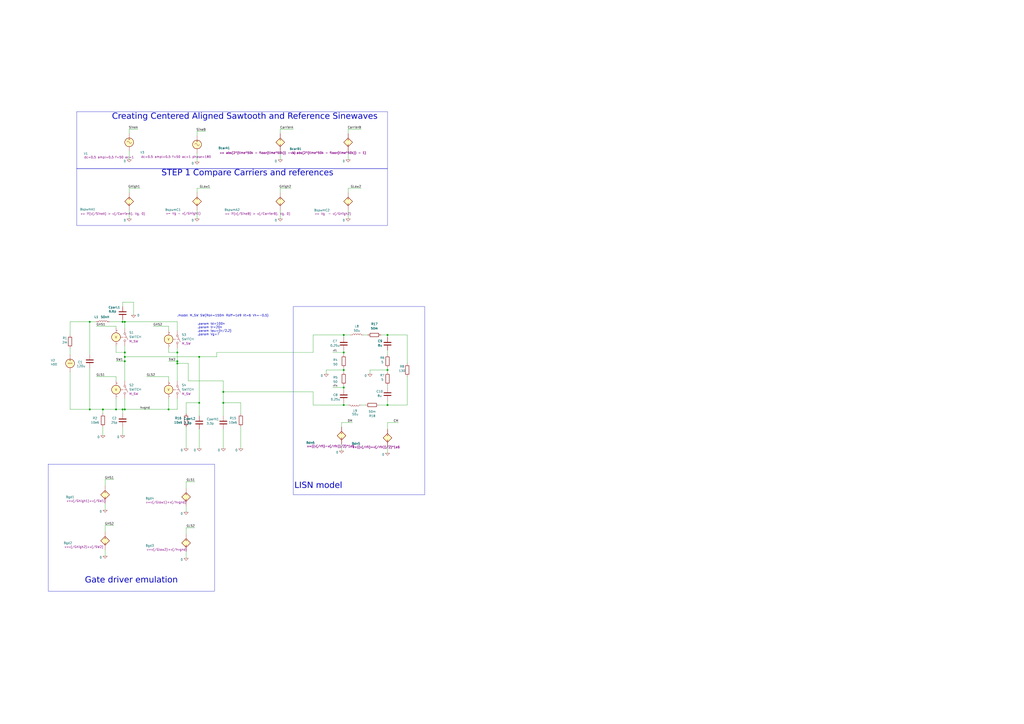
<source format=kicad_sch>
(kicad_sch (version 20250114) (generator "eeschema") (generator_version "9.0")
  (paper "A2")
  (title_block (title "Inverter Spectrum") (date "2026-01-29") (comment 1 "JAL") (comment 2 "JAL") (comment 3 "JAL"))
  (lib_symbols
    (symbol "Device:C" (pin_numbers (hide yes)) (pin_names (offset 0.254))
      (property "Reference" "C" (at 0.635 2.54 0))
      (property "Value" "C" (at 0.635 -2.54 0))
      (symbol "C_0_1"
        (polyline (pts (xy -2.032 0.762) (xy 2.032 0.762)) (stroke (width 0.508)))
        (polyline (pts (xy -2.032 -0.762) (xy 2.032 -0.762)) (stroke (width 0.508)))
      )
      (symbol "C_1_1"
        (pin passive line (at 0 3.81 270) (length 2.794) (name "~") (number "1"))
        (pin passive line (at 0 -3.81 90) (length 2.794) (name "~") (number "2"))
      )
    )
    (symbol "Device:L" (pin_numbers (hide yes)) (pin_names (offset 1.016) (hide yes))
      (property "Reference" "L" (at -1.27 0 90))
      (property "Value" "L" (at 1.905 0 90))
      (symbol "L_0_1"
        (arc (start 0 2.54) (mid 0.6323 1.905) (end 0 1.27))
        (arc (start 0 1.27) (mid 0.6323 0.635) (end 0 0))
        (arc (start 0 0) (mid 0.6323 -0.635) (end 0 -1.27))
        (arc (start 0 -1.27) (mid 0.6323 -1.905) (end 0 -2.54))
      )
      (symbol "L_1_1"
        (pin passive line (at 0 3.81 270) (length 1.27) (name "1") (number "1"))
        (pin passive line (at 0 -3.81 90) (length 1.27) (name "2") (number "2"))
      )
    )
    (symbol "Device:R" (pin_numbers (hide yes)) (pin_names (offset 0))
      (property "Reference" "R" (at 2.032 0 90))
      (property "Value" "R" (at 0 0 90))
      (symbol "R_0_1"
        (rectangle (start -1.016 -2.54) (end 1.016 2.54) (stroke (width 0.254)))
      )
      (symbol "R_1_1"
        (pin passive line (at 0 3.81 270) (length 1.27) (name "~") (number "1"))
        (pin passive line (at 0 -3.81 90) (length 1.27) (name "~") (number "2"))
      )
    )
    (symbol "Simulation_SPICE:0" (power) (pin_numbers (hide yes)) (pin_names (offset 0) (hide yes))
      (property "Value" "0" (at 0 -2.54 0))
      (symbol "0_0_1"
        (polyline (pts (xy -1.27 0) (xy 0 -1.27) (xy 1.27 0) (xy -1.27 0)))
      )
      (symbol "0_1_1"
        (pin power_in line (at 0 0 0) (length 0) (name "~") (number "1"))
      )
    )
    (symbol "Simulation_SPICE:BSOURCE" (pin_numbers (hide yes)) (pin_names (offset 1.016) (hide yes))
      (property "Reference" "B" (at 2.54 2.54 0))
      (property "Value" "BSOURCE" (at 2.54 0 0))
      (property "Sim.Params" "type=\"B\" model=\"v=1\"" (at 2.54 -2.54 0))
      (symbol "BSOURCE_0_1"
        (polyline (pts (xy 0 2.54) (xy -2.54 0) (xy 0 -2.54) (xy 2.54 0) (xy 0 2.54)) (stroke (width 0.254)) (fill (type background)))
        (polyline (pts (xy 0 -1.016) (xy 0 -2.032)))
        (polyline (pts (xy 0.254 -1.524) (xy 0 -2.032) (xy -0.254 -1.524)))
      )
      (symbol "BSOURCE_1_1"
        (polyline (pts (xy -0.508 1.524) (xy 0.508 1.524)))
        (polyline (pts (xy 0 1.016) (xy 0 2.032)))
        (pin passive line (at 0 5.08 270) (length 2.54) (name "N+") (number "1"))
        (pin passive line (at 0 -5.08 90) (length 2.54) (name "N-") (number "2"))
      )
    )
    (symbol "Simulation_SPICE:SWITCH" (pin_numbers (hide yes)) (pin_names (offset 1.016) (hide yes))
      (property "Reference" "S" (at 2.54 2.54 0))
      (property "Value" "SWITCH" (at 2.54 0 0))
      (property "Sim.Params" "thr=0 ron=1" (at 2.54 -2.54 0))
      (symbol "SWITCH_0_1"
        (circle (center 0 2.032) (radius 0.508))
        (circle (center 0 -2.032) (radius 0.508))
        (polyline (pts (xy 0.254 1.524) (xy 1.778 -1.524)))
      )
      (symbol "SWITCH_1_1"
        (circle (center -5.08 0) (radius 2.54) (stroke (width 0.254)) (fill (type background)))
        (polyline (pts (xy -4.826 3.81) (xy -4.318 3.81)))
        (polyline (pts (xy -4.826 -3.81) (xy -4.318 -3.81)))
        (polyline (pts (xy -4.572 4.064) (xy -4.572 3.556)))
        (polyline (pts (xy -2.54 0) (xy 0.889 0)) (stroke (width 0) (type dash)))
        (text "V" (at -5.08 0 0) (effects (font (size 1.27 1.27))))
        (pin input line (at -5.08 5.08 270) (length 2.54) (name "C+") (number "3"))
        (pin input line (at -5.08 -5.08 90) (length 2.54) (name "C-") (number "4"))
        (pin passive line (at 0 5.08 270) (length 2.54) (name "N+") (number "1"))
        (pin passive line (at 0 -5.08 90) (length 2.54) (name "N-") (number "2"))
      )
    )
    (symbol "Simulation_SPICE:VDC" (pin_numbers (hide yes)) (pin_names (offset 0.0254))
      (property "Reference" "V" (at 2.54 2.54 0))
      (property "Value" "1" (at 2.54 0 0))
      (symbol "VDC_0_0"
        (polyline (pts (xy -1.27 0.254) (xy 1.27 0.254)))
        (polyline (pts (xy -0.762 -0.254) (xy -1.27 -0.254)))
        (polyline (pts (xy 0.254 -0.254) (xy -0.254 -0.254)))
        (polyline (pts (xy 1.27 -0.254) (xy 0.762 -0.254)))
        (text "+" (at 0 1.905 0) (effects (font (size 1.27 1.27))))
      )
      (symbol "VDC_0_1"
        (circle (center 0 0) (radius 2.54) (stroke (width 0.254)) (fill (type background)))
      )
      (symbol "VDC_1_1"
        (pin passive line (at 0 5.08 270) (length 2.54) (name "~") (number "1"))
        (pin passive line (at 0 -5.08 90) (length 2.54) (name "~") (number "2"))
      )
    )
    (symbol "Simulation_SPICE:VSIN" (pin_numbers (hide yes)) (pin_names (offset 0.0254))
      (property "Reference" "V" (at 2.54 2.54 0))
      (property "Value" "VSIN" (at 2.54 0 0))
      (property "Sim.Params" "dc=0 ampl=1 f=1k ac=1" (at 2.54 -2.54 0))
      (symbol "VSIN_0_0"
        (arc (start -1.27 0) (mid -0.635 0.6323) (end 0 0))
        (arc (start 1.27 0) (mid 0.635 -0.6323) (end 0 0))
        (text "+" (at 0 1.905 0) (effects (font (size 1.27 1.27))))
      )
      (symbol "VSIN_0_1"
        (circle (center 0 0) (radius 2.54) (stroke (width 0.254)) (fill (type background)))
      )
      (symbol "VSIN_1_1"
        (pin passive line (at 0 5.08 270) (length 2.54) (name "~") (number "1"))
        (pin passive line (at 0 -5.08 90) (length 2.54) (name "~") (number "2"))
      )
    )
  )
  (rectangle (start 27.94 269.24) (end 124.46 342.9))
  (rectangle (start 44.45 97.79) (end 224.79 130.81))
  (rectangle (start 44.45 64.77) (end 224.79 97.79))
  (rectangle (start 170.18 177.8) (end 246.38 287.02))
  (text "Gate driver emulation" (at 76.2 337.566 0) (effects (font (size 3.5 3.5))))
  (text "STEP 1 Compare Carriers and references" (at 143.51 101.346 0) (effects (font (size 3.5 3.5))))
  (text ".param td=100n\n.param tr=20n\n.param tau={tr/2.2}\n.param Vg=7" (at 114.554 191.008 0) (effects (font (size 1.27 1.27)) (justify left)))
  (text "LISN model" (at 184.658 282.702 0) (effects (font (size 3.5 3.5))))
  (text "Creating Centered Aligned Sawtooth and Reference Sinewaves" (at 141.986 68.58 0) (effects (font (size 3.5 3.5))))
  (text ".model M_SW SW(Ron=150m Roff=1e9 Vt=6 Vh=-0.5)" (at 129.286 183.134 0) (effects (font (size 1.27 1.27))))
  (junction (at 72.39 237.49))
  (junction (at 199.39 204.47))
  (junction (at 102.87 210.82))
  (junction (at 224.79 234.95))
  (junction (at 72.39 209.55))
  (junction (at 71.12 237.49))
  (junction (at 129.54 233.68))
  (junction (at 59.69 237.49))
  (junction (at 199.39 234.95))
  (junction (at 199.39 214.63))
  (junction (at 115.57 233.68))
  (junction (at 52.07 237.49))
  (junction (at 115.57 207.01))
  (junction (at 67.31 237.49))
  (junction (at 52.07 186.69))
  (junction (at 224.79 194.31))
  (junction (at 224.79 214.63))
  (junction (at 72.39 207.01))
  (junction (at 72.39 204.47))
  (junction (at 71.12 186.69))
  (junction (at 199.39 224.79))
  (junction (at 97.79 237.49))
  (junction (at 199.39 194.31))
  (junction (at 102.87 209.55))
  (junction (at 129.54 227.33))
  (junction (at 102.87 204.47))
  (junction (at 72.39 186.69))
  (wire (pts (xy 67.31 204.47) (xy 72.39 204.47)))
  (wire (pts (xy 199.39 204.47) (xy 199.39 205.74)))
  (wire (pts (xy 162.56 87.63) (xy 162.56 92.71)))
  (wire (pts (xy 214.63 214.63) (xy 214.63 217.17)))
  (wire (pts (xy 107.95 233.68) (xy 115.57 233.68)))
  (wire (pts (xy 52.07 237.49) (xy 59.69 237.49)))
  (wire (pts (xy 224.79 223.52) (xy 224.79 224.79)))
  (wire (pts (xy 59.69 237.49) (xy 59.69 240.03)))
  (wire (pts (xy 67.31 218.44) (xy 67.31 220.98)))
  (wire (pts (xy 97.79 189.23) (xy 97.79 191.77)))
  (wire (pts (xy 181.61 227.33) (xy 181.61 234.95)))
  (wire (pts (xy 60.96 304.8) (xy 66.04 304.8)))
  (wire (pts (xy 107.95 233.68) (xy 107.95 240.03)))
  (wire (pts (xy 114.3 88.9) (xy 114.3 93.98)))
  (wire (pts (xy 52.07 186.69) (xy 52.07 205.74)))
  (wire (pts (xy 162.56 111.76) (xy 162.56 109.22)))
  (wire (pts (xy 224.79 213.36) (xy 224.79 214.63)))
  (wire (pts (xy 125.73 207.01) (xy 125.73 204.47)))
  (wire (pts (xy 40.64 186.69) (xy 40.64 194.31)))
  (wire (pts (xy 125.73 204.47) (xy 181.61 204.47)))
  (wire (pts (xy 97.79 231.14) (xy 97.79 237.49)))
  (wire (pts (xy 139.7 233.68) (xy 139.7 240.03)))
  (wire (pts (xy 181.61 194.31) (xy 199.39 194.31)))
  (wire (pts (xy 60.96 281.94) (xy 60.96 278.13)))
  (wire (pts (xy 199.39 233.68) (xy 199.39 234.95)))
  (wire (pts (xy 114.3 76.2) (xy 119.38 76.2)))
  (wire (pts (xy 102.87 210.82) (xy 102.87 220.98)))
  (wire (pts (xy 97.79 204.47) (xy 102.87 204.47)))
  (wire (pts (xy 59.69 247.65) (xy 59.69 252.73)))
  (wire (pts (xy 199.39 224.79) (xy 199.39 226.06)))
  (wire (pts (xy 236.22 218.44) (xy 236.22 234.95)))
  (wire (pts (xy 74.93 121.92) (xy 74.93 127)))
  (wire (pts (xy 72.39 237.49) (xy 97.79 237.49)))
  (wire (pts (xy 60.96 318.77) (xy 60.96 322.58)))
  (wire (pts (xy 201.93 234.95) (xy 199.39 234.95)))
  (wire (pts (xy 114.3 111.76) (xy 114.3 109.22)))
  (wire (pts (xy 199.39 215.9) (xy 199.39 214.63)))
  (wire (pts (xy 224.79 245.11) (xy 231.14 245.11)))
  (wire (pts (xy 97.79 237.49) (xy 102.87 237.49)))
  (wire (pts (xy 72.39 186.69) (xy 72.39 190.5)))
  (wire (pts (xy 224.79 232.41) (xy 224.79 234.95)))
  (wire (pts (xy 224.79 215.9) (xy 224.79 214.63)))
  (wire (pts (xy 72.39 207.01) (xy 115.57 207.01)))
  (wire (pts (xy 60.96 292.1) (xy 60.96 295.91)))
  (wire (pts (xy 210.82 194.31) (xy 213.36 194.31)))
  (wire (pts (xy 74.93 74.93) (xy 80.01 74.93)))
  (wire (pts (xy 201.93 121.92) (xy 201.93 127)))
  (wire (pts (xy 224.79 194.31) (xy 236.22 194.31)))
  (wire (pts (xy 129.54 220.98) (xy 129.54 227.33)))
  (wire (pts (xy 40.64 201.93) (xy 40.64 205.74)))
  (wire (pts (xy 107.95 247.65) (xy 107.95 260.35)))
  (wire (pts (xy 77.47 175.26) (xy 71.12 175.26)))
  (wire (pts (xy 55.88 186.69) (xy 52.07 186.69)))
  (wire (pts (xy 201.93 111.76) (xy 201.93 109.22)))
  (wire (pts (xy 189.23 214.63) (xy 199.39 214.63)))
  (wire (pts (xy 107.95 279.4) (xy 113.03 279.4)))
  (wire (pts (xy 72.39 207.01) (xy 72.39 209.55)))
  (wire (pts (xy 181.61 194.31) (xy 181.61 204.47)))
  (wire (pts (xy 74.93 109.22) (xy 81.28 109.22)))
  (wire (pts (xy 201.93 74.93) (xy 209.55 74.93)))
  (wire (pts (xy 129.54 220.98) (xy 109.22 220.98)))
  (wire (pts (xy 162.56 109.22) (xy 168.91 109.22)))
  (wire (pts (xy 109.22 210.82) (xy 102.87 210.82)))
  (wire (pts (xy 224.79 234.95) (xy 219.71 234.95)))
  (wire (pts (xy 115.57 207.01) (xy 115.57 233.68)))
  (wire (pts (xy 59.69 237.49) (xy 67.31 237.49)))
  (wire (pts (xy 40.64 237.49) (xy 52.07 237.49)))
  (wire (pts (xy 107.95 283.21) (xy 107.95 279.4)))
  (wire (pts (xy 162.56 74.93) (xy 170.18 74.93)))
  (wire (pts (xy 40.64 215.9) (xy 40.64 237.49)))
  (wire (pts (xy 67.31 237.49) (xy 71.12 237.49)))
  (wire (pts (xy 55.88 189.23) (xy 67.31 189.23)))
  (wire (pts (xy 199.39 223.52) (xy 199.39 224.79)))
  (wire (pts (xy 115.57 233.68) (xy 115.57 241.3)))
  (wire (pts (xy 67.31 200.66) (xy 67.31 204.47)))
  (wire (pts (xy 199.39 194.31) (xy 203.2 194.31)))
  (wire (pts (xy 72.39 231.14) (xy 72.39 237.49)))
  (wire (pts (xy 129.54 227.33) (xy 129.54 233.68)))
  (wire (pts (xy 201.93 109.22) (xy 209.55 109.22)))
  (wire (pts (xy 52.07 213.36) (xy 52.07 237.49)))
  (wire (pts (xy 102.87 209.55) (xy 102.87 210.82)))
  (wire (pts (xy 107.95 306.07) (xy 113.03 306.07)))
  (wire (pts (xy 72.39 204.47) (xy 72.39 207.01)))
  (wire (pts (xy 77.47 175.26) (xy 77.47 182.88)))
  (wire (pts (xy 162.56 77.47) (xy 162.56 74.93)))
  (wire (pts (xy 85.09 218.44) (xy 97.79 218.44)))
  (wire (pts (xy 71.12 175.26) (xy 71.12 177.8)))
  (wire (pts (xy 72.39 186.69) (xy 102.87 186.69)))
  (wire (pts (xy 72.39 200.66) (xy 72.39 204.47)))
  (wire (pts (xy 67.31 231.14) (xy 67.31 237.49)))
  (wire (pts (xy 139.7 233.68) (xy 129.54 233.68)))
  (wire (pts (xy 71.12 247.65) (xy 71.12 252.73)))
  (wire (pts (xy 139.7 247.65) (xy 139.7 260.35)))
  (wire (pts (xy 107.95 309.88) (xy 107.95 306.07)))
  (wire (pts (xy 52.07 186.69) (xy 40.64 186.69)))
  (wire (pts (xy 114.3 78.74) (xy 114.3 76.2)))
  (wire (pts (xy 129.54 227.33) (xy 181.61 227.33)))
  (wire (pts (xy 224.79 248.92) (xy 224.79 245.11)))
  (wire (pts (xy 193.04 204.47) (xy 199.39 204.47)))
  (wire (pts (xy 102.87 204.47) (xy 102.87 209.55)))
  (wire (pts (xy 224.79 194.31) (xy 224.79 195.58)))
  (wire (pts (xy 107.95 320.04) (xy 107.95 323.85)))
  (wire (pts (xy 97.79 209.55) (xy 102.87 209.55)))
  (wire (pts (xy 224.79 234.95) (xy 236.22 234.95)))
  (wire (pts (xy 71.12 186.69) (xy 72.39 186.69)))
  (wire (pts (xy 189.23 217.17) (xy 189.23 214.63)))
  (wire (pts (xy 181.61 234.95) (xy 199.39 234.95)))
  (wire (pts (xy 74.93 77.47) (xy 74.93 74.93)))
  (wire (pts (xy 74.93 87.63) (xy 74.93 92.71)))
  (wire (pts (xy 115.57 207.01) (xy 125.73 207.01)))
  (wire (pts (xy 67.31 189.23) (xy 67.31 190.5)))
  (wire (pts (xy 115.57 248.92) (xy 115.57 260.35)))
  (wire (pts (xy 201.93 87.63) (xy 201.93 92.71)))
  (wire (pts (xy 109.22 220.98) (xy 109.22 210.82)))
  (wire (pts (xy 220.98 194.31) (xy 224.79 194.31)))
  (wire (pts (xy 199.39 213.36) (xy 199.39 214.63)))
  (wire (pts (xy 129.54 233.68) (xy 129.54 241.3)))
  (wire (pts (xy 198.12 247.65) (xy 198.12 245.11)))
  (wire (pts (xy 72.39 209.55) (xy 72.39 220.98)))
  (wire (pts (xy 74.93 111.76) (xy 74.93 109.22)))
  (wire (pts (xy 60.96 278.13) (xy 66.04 278.13)))
  (wire (pts (xy 60.96 308.61) (xy 60.96 304.8)))
  (wire (pts (xy 97.79 218.44) (xy 97.79 220.98)))
  (wire (pts (xy 198.12 257.81) (xy 198.12 261.62)))
  (wire (pts (xy 199.39 203.2) (xy 199.39 204.47)))
  (wire (pts (xy 198.12 245.11) (xy 204.47 245.11)))
  (wire (pts (xy 236.22 210.82) (xy 236.22 194.31)))
  (wire (pts (xy 214.63 214.63) (xy 224.79 214.63)))
  (wire (pts (xy 63.5 186.69) (xy 71.12 186.69)))
  (wire (pts (xy 129.54 248.92) (xy 129.54 260.35)))
  (wire (pts (xy 162.56 121.92) (xy 162.56 127)))
  (wire (pts (xy 212.09 234.95) (xy 209.55 234.95)))
  (wire (pts (xy 71.12 237.49) (xy 71.12 240.03)))
  (wire (pts (xy 107.95 293.37) (xy 107.95 297.18)))
  (wire (pts (xy 224.79 259.08) (xy 224.79 262.89)))
  (wire (pts (xy 67.31 209.55) (xy 72.39 209.55)))
  (wire (pts (xy 199.39 195.58) (xy 199.39 194.31)))
  (wire (pts (xy 88.9 189.23) (xy 97.79 189.23)))
  (wire (pts (xy 97.79 201.93) (xy 97.79 204.47)))
  (wire (pts (xy 71.12 237.49) (xy 72.39 237.49)))
  (wire (pts (xy 102.87 231.14) (xy 102.87 237.49)))
  (wire (pts (xy 55.88 218.44) (xy 67.31 218.44)))
  (wire (pts (xy 71.12 185.42) (xy 71.12 186.69)))
  (wire (pts (xy 114.3 121.92) (xy 114.3 127)))
  (wire (pts (xy 201.93 77.47) (xy 201.93 74.93)))
  (wire (pts (xy 102.87 191.77) (xy 102.87 186.69)))
  (wire (pts (xy 114.3 109.22) (xy 121.92 109.22)))
  (wire (pts (xy 102.87 201.93) (xy 102.87 204.47)))
  (wire (pts (xy 224.79 203.2) (xy 224.79 205.74)))
  (wire (pts (xy 193.04 224.79) (xy 199.39 224.79)))
  (label "SW1" (at 67.31 209.55 0))
  (label "GLS1" (at 55.88 218.44 0))
  (label "GLow2" (at 209.55 109.22 180))
  (label "rfl" (at 193.04 204.47 0))
  (label "hvgnd" (at 81.28 237.49 0))
  (label "DM" (at 204.47 245.11 180))
  (label "rfn" (at 193.04 224.79 0))
  (label "CarrierB" (at 209.55 74.93 180))
  (label "GHigh2" (at 168.91 109.22 180))
  (label "SineB" (at 119.38 76.2 180))
  (label "GLS2" (at 113.03 306.07 180))
  (label "GHS1" (at 66.04 278.13 180))
  (label "GHigh1" (at 81.28 109.22 180))
  (label "SineA" (at 80.01 74.93 180))
  (label "SW2" (at 97.79 209.55 0))
  (label "GHS1" (at 55.88 189.23 0))
  (label "CarrierA" (at 170.18 74.93 180))
  (label "CM" (at 231.14 245.11 180))
  (label "GHS2" (at 66.04 304.8 180))
  (label "GLS1" (at 113.03 279.4 180))
  (label "GLS2" (at 85.09 218.44 0))
  (label "GHS2" (at 88.9 189.23 0))
  (label "GLow1" (at 121.92 109.22 180))
  (symbol (lib_id "Simulation_SPICE:0") (at 60.96 322.58 0) (unit 1)
    (property "Reference" "#GND029" (effects (hide yes)))
    (property "Value" "0" (at 58.42 323.342 0))
    (property "Datasheet" "https://ngspice.sourceforge.io/docs/ngspice-html-manual/manual.xhtml#subsec_Circuit_elements__device" (effects (hide yes)))
    (property "Description" "0V reference potential for simulation" (effects (hide yes)))
  )
  (symbol (lib_id "Simulation_SPICE:0") (at 60.96 295.91 0) (unit 1)
    (property "Reference" "#GND028" (effects (hide yes)))
    (property "Value" "0" (at 58.42 296.672 0))
    (property "Datasheet" "https://ngspice.sourceforge.io/docs/ngspice-html-manual/manual.xhtml#subsec_Circuit_elements__device" (effects (hide yes)))
    (property "Description" "0V reference potential for simulation" (effects (hide yes)))
  )
  (symbol (lib_id "Device:R") (at 139.7 243.84 0) (unit 1)
    (property "Reference" "R15" (at 135.128 242.57 0))
    (property "Value" "10e6" (at 135.128 245.07 0))
    (property "Description" "Resistor" (effects (hide yes)))
  )
  (symbol (lib_id "Simulation_SPICE:SWITCH") (at 102.87 226.06 0) (unit 1)
    (property "Reference" "S4" (at 105.41 223.3929 0) (effects (justify left)))
    (property "Value" "SWITCH" (at 105.41 225.9329 0) (effects (justify left)))
    (property "Datasheet" "https://ngspice.sourceforge.io/docs/ngspice-html-manual/manual.xhtml#subsec_Switches" (effects (hide yes)))
    (property "Description" "Voltage controlled switch symbol for simulation only" (effects (hide yes)))
    (property "Sim.Device" "SW" (effects (hide yes)))
    (property "Sim.Type" "V" (effects (hide yes)))
    (property "Sim.Params" "M_SW" (at 105.41 228.4729 0) (effects (justify left)))
    (property "Sim.Pins" "1=no+ 2=no- 3=ctrl+ 4=ctrl-" (effects (hide yes)))
  )
  (symbol (lib_id "Simulation_SPICE:VDC") (at 40.64 210.82 0) (unit 1)
    (property "Reference" "V2" (at 30.734 209.042 0))
    (property "Value" "400" (at 31.242 211.328 0))
    (property "Datasheet" "https://ngspice.sourceforge.io/docs/ngspice-html-manual/manual.xhtml#sec_Independent_Sources_for" (effects (hide yes)))
    (property "Description" "Voltage source, DC" (effects (hide yes)))
    (property "Sim.Pins" "1=+ 2=-" (effects (hide yes)))
    (property "Sim.Type" "DC" (effects (hide yes)))
    (property "Sim.Device" "V" (effects (hide yes)))
  )
  (symbol (lib_id "Simulation_SPICE:0") (at 201.93 127 0) (unit 1)
    (property "Reference" "#GND014" (effects (hide yes)))
    (property "Value" "0" (at 199.39 127.762 0))
    (property "Datasheet" "https://ngspice.sourceforge.io/docs/ngspice-html-manual/manual.xhtml#subsec_Circuit_elements__device" (effects (hide yes)))
    (property "Description" "0V reference potential for simulation" (effects (hide yes)))
  )
  (symbol (lib_id "Device:L") (at 59.69 186.69 90) (unit 1)
    (property "Reference" "L1" (at 55.912 183.848 90))
    (property "Value" "50nH" (at 60.96 183.896 90))
    (property "Description" "Inductor" (effects (hide yes)))
  )
  (symbol (lib_id "Simulation_SPICE:BSOURCE") (at 74.93 116.84 0) (unit 1)
    (property "Reference" "BspwmA1" (at 50.8 121.412 0))
    (property "Value" "V= if(V(SineA) > V(CarrierA), Vg, 0)" (effects (hide yes)))
    (property "Datasheet" "https://ngspice.sourceforge.io/docs/ngspice-html-manual/manual.xhtml#sec_Non_linear_Dependent_Sources" (effects (hide yes)))
    (property "Description" "Arbitrary behavioral voltage or current source for simulation only" (effects (hide yes)))
    (property "Sim.Pins" "1=1 2=2" (effects (hide yes)))
    (property "Sim.Params" "v= if(v(/SineA) > v(/CarrierA), Vg, 0)" (at 46.736 123.952 0) (effects (justify left)))
    (property "Sim.Device" "SPICE" (effects (hide yes)))
  )
  (symbol (lib_id "Simulation_SPICE:0") (at 189.23 217.17 0) (unit 1)
    (property "Reference" "#GND06" (effects (hide yes)))
    (property "Value" "0" (at 186.69 217.932 0))
    (property "Datasheet" "https://ngspice.sourceforge.io/docs/ngspice-html-manual/manual.xhtml#subsec_Circuit_elements__device" (effects (hide yes)))
    (property "Description" "0V reference potential for simulation" (effects (hide yes)))
  )
  (symbol (lib_id "Simulation_SPICE:BSOURCE") (at 162.56 116.84 0) (unit 1)
    (property "Reference" "BspwmA2" (at 134.62 121.666 0))
    (property "Value" "V= if(V(SineB) > V(CarrierB), Vg, 0)" (effects (hide yes)))
    (property "Datasheet" "https://ngspice.sourceforge.io/docs/ngspice-html-manual/manual.xhtml#sec_Non_linear_Dependent_Sources" (effects (hide yes)))
    (property "Description" "Arbitrary behavioral voltage or current source for simulation only" (effects (hide yes)))
    (property "Sim.Pins" "1=1 2=2" (effects (hide yes)))
    (property "Sim.Params" "v= if(v(/SineB) > v(/CarrierB), Vg, 0)" (at 130.556 123.952 0) (effects (justify left)))
    (property "Sim.Device" "SPICE" (effects (hide yes)))
  )
  (symbol (lib_id "Device:C") (at 52.07 209.55 0) (unit 1)
    (property "Reference" "C1" (at 46.482 210.058 0))
    (property "Value" "120u" (at 46.99 212.344 0))
    (property "Description" "Unpolarized capacitor" (effects (hide yes)))
  )
  (symbol (lib_id "Device:C") (at 199.39 199.39 0) (unit 1)
    (property "Reference" "C7" (at 194.31 197.906 0))
    (property "Value" "0.25u" (at 194.31 200.406 0))
    (property "Description" "Unpolarized capacitor" (effects (hide yes)))
  )
  (symbol (lib_id "Simulation_SPICE:0") (at 129.54 260.35 0) (unit 1)
    (property "Reference" "#GND05" (effects (hide yes)))
    (property "Value" "0" (at 127 261.112 0))
    (property "Datasheet" "https://ngspice.sourceforge.io/docs/ngspice-html-manual/manual.xhtml#subsec_Circuit_elements__device" (effects (hide yes)))
    (property "Description" "0V reference potential for simulation" (effects (hide yes)))
  )
  (symbol (lib_id "Simulation_SPICE:BSOURCE") (at 201.93 116.84 0) (unit 1)
    (property "Reference" "BspwmC2" (at 186.69 121.92 0))
    (property "Value" "V= Vg  - V(PWMB)" (effects (hide yes)))
    (property "Datasheet" "https://ngspice.sourceforge.io/docs/ngspice-html-manual/manual.xhtml#sec_Non_linear_Dependent_Sources" (effects (hide yes)))
    (property "Description" "Arbitrary behavioral voltage or current source for simulation only" (effects (hide yes)))
    (property "Sim.Pins" "1=1 2=2" (effects (hide yes)))
    (property "Sim.Params" "v= Vg  - v(/GHigh2)" (at 182.626 123.952 0) (effects (justify left)))
    (property "Sim.Device" "SPICE" (effects (hide yes)))
  )
  (symbol (lib_id "Simulation_SPICE:BSOURCE") (at 224.79 254 0) (unit 1)
    (property "Reference" "Bdn5" (at 206.502 257.302 0))
    (property "Value" "V=((V(rfl)+V(rfn))/2)*1e6" (effects (hide yes)))
    (property "Datasheet" "https://ngspice.sourceforge.io/docs/ngspice-html-manual/manual.xhtml#sec_Non_linear_Dependent_Sources" (effects (hide yes)))
    (property "Description" "Arbitrary behavioral voltage or current source for simulation only" (effects (hide yes)))
    (property "Sim.Pins" "1=1 2=2" (effects (hide yes)))
    (property "Sim.Params" "v=((v(/rfl)+v(/rfn))/2)*1e6" (at 204.47 259.334 0) (effects (justify left)))
    (property "Sim.Device" "SPICE" (effects (hide yes)))
  )
  (symbol (lib_id "Simulation_SPICE:BSOURCE") (at 60.96 287.02 0) (unit 1)
    (property "Reference" "Bgd1" (at 40.64 288.29 0))
    (property "Value" "V=V(Ghigh1)+V(SW1)" (effects (hide yes)))
    (property "Datasheet" "https://ngspice.sourceforge.io/docs/ngspice-html-manual/manual.xhtml#sec_Non_linear_Dependent_Sources" (effects (hide yes)))
    (property "Description" "Arbitrary behavioral voltage or current source for simulation only" (effects (hide yes)))
    (property "Sim.Pins" "1=1 2=2" (effects (hide yes)))
    (property "Sim.Params" "v=v(/Ghigh1)+v(/SW1)" (at 38.608 290.576 0) (effects (justify left)))
    (property "Sim.Device" "SPICE" (effects (hide yes)))
  )
  (symbol (lib_id "Device:R") (at 59.69 243.84 0) (unit 1)
    (property "Reference" "R2" (at 55.118 242.57 0))
    (property "Value" "10e6" (at 55.118 245.07 0))
    (property "Description" "Resistor" (effects (hide yes)))
  )
  (symbol (lib_id "Simulation_SPICE:0") (at 107.95 297.18 0) (unit 1)
    (property "Reference" "#GND031" (effects (hide yes)))
    (property "Value" "0" (at 105.41 297.942 0))
    (property "Datasheet" "https://ngspice.sourceforge.io/docs/ngspice-html-manual/manual.xhtml#subsec_Circuit_elements__device" (effects (hide yes)))
    (property "Description" "0V reference potential for simulation" (effects (hide yes)))
  )
  (symbol (lib_id "Device:R") (at 236.22 214.63 0) (unit 1)
    (property "Reference" "R8" (at 233.22 212.63 0))
    (property "Value" "130" (at 233.22 215.13 0))
    (property "Description" "Resistor" (effects (hide yes)))
  )
  (symbol (lib_id "Simulation_SPICE:0") (at 198.12 261.62 0) (unit 1)
    (property "Reference" "#GND033" (effects (hide yes)))
    (property "Value" "0" (at 195.58 262.382 0))
    (property "Datasheet" "https://ngspice.sourceforge.io/docs/ngspice-html-manual/manual.xhtml#subsec_Circuit_elements__device" (effects (hide yes)))
    (property "Description" "0V reference potential for simulation" (effects (hide yes)))
  )
  (symbol (lib_id "Simulation_SPICE:VSIN") (at 114.3 83.82 0) (unit 1)
    (property "Reference" "V3" (at 82.55 88.392 0))
    (property "Value" "VSIN" (effects (hide yes)))
    (property "Datasheet" "https://ngspice.sourceforge.io/docs/ngspice-html-manual/manual.xhtml#sec_Independent_Sources_for" (effects (hide yes)))
    (property "Description" "Voltage source, sinusoidal" (effects (hide yes)))
    (property "Sim.Pins" "1=+ 2=-" (effects (hide yes)))
    (property "Sim.Params" "dc=0.5 ampl=0.5 f=50 ac=1 phase=180" (at 81.788 90.932 0) (effects (justify left)))
    (property "Sim.Type" "SIN" (effects (hide yes)))
    (property "Sim.Device" "V" (effects (hide yes)))
  )
  (symbol (lib_id "Device:L") (at 205.74 234.95 270) (unit 1)
    (property "Reference" "L9" (at 205.994 238.252 90))
    (property "Value" "50u" (at 206.026 240.236 90))
    (property "Description" "Inductor" (effects (hide yes)))
  )
  (symbol (lib_id "Simulation_SPICE:SWITCH") (at 72.39 195.58 0) (unit 1)
    (property "Reference" "S1" (at 74.93 192.9129 0) (effects (justify left)))
    (property "Value" "SWITCH" (at 74.93 195.4529 0) (effects (justify left)))
    (property "Datasheet" "https://ngspice.sourceforge.io/docs/ngspice-html-manual/manual.xhtml#subsec_Switches" (effects (hide yes)))
    (property "Description" "Voltage controlled switch symbol for simulation only" (effects (hide yes)))
    (property "Sim.Device" "SW" (effects (hide yes)))
    (property "Sim.Type" "V" (effects (hide yes)))
    (property "Sim.Params" "M_SW" (at 74.93 197.9929 0) (effects (justify left)))
    (property "Sim.Pins" "1=no+ 2=no- 3=ctrl+ 4=ctrl-" (effects (hide yes)))
  )
  (symbol (lib_id "Simulation_SPICE:BSOURCE") (at 107.95 288.29 0) (unit 1)
    (property "Reference" "Bgd4" (at 86.868 289.052 0))
    (property "Value" "V=V(Glow1)+V(hvgnd)" (effects (hide yes)))
    (property "Datasheet" "https://ngspice.sourceforge.io/docs/ngspice-html-manual/manual.xhtml#sec_Non_linear_Dependent_Sources" (effects (hide yes)))
    (property "Description" "Arbitrary behavioral voltage or current source for simulation only" (effects (hide yes)))
    (property "Sim.Pins" "1=1 2=2" (effects (hide yes)))
    (property "Sim.Params" "v=v(/Glow1)+v(/hvgnd)" (at 84.582 291.338 0) (effects (justify left)))
    (property "Sim.Device" "SPICE" (effects (hide yes)))
  )
  (symbol (lib_id "Device:R") (at 224.79 209.55 0) (unit 1)
    (property "Reference" "R6" (at 221.79 207.55 0))
    (property "Value" "5" (at 221.79 210.05 0))
    (property "Description" "Resistor" (effects (hide yes)))
  )
  (symbol (lib_id "Device:R") (at 199.39 209.55 0) (unit 1)
    (property "Reference" "R4" (at 194.564 208.788 0))
    (property "Value" "50" (at 194.564 211.288 0))
    (property "Description" "Resistor" (effects (hide yes)))
  )
  (symbol (lib_id "Device:R") (at 40.64 198.12 0) (unit 1)
    (property "Reference" "R1" (at 37.64 196.12 0))
    (property "Value" "2m" (at 37.64 198.62 0))
    (property "Description" "Resistor" (effects (hide yes)))
  )
  (symbol (lib_id "Device:C") (at 199.39 229.87 0) (unit 1)
    (property "Reference" "C8" (at 194.564 229.108 0))
    (property "Value" "0.25u" (at 194.564 231.608 0))
    (property "Description" "Unpolarized capacitor" (effects (hide yes)))
  )
  (symbol (lib_id "Device:R") (at 199.39 219.71 0) (unit 1)
    (property "Reference" "R5" (at 194.564 218.948 0))
    (property "Value" "50" (at 194.564 221.448 0))
    (property "Description" "Resistor" (effects (hide yes)))
  )
  (symbol (lib_id "Simulation_SPICE:BSOURCE") (at 201.93 82.55 0) (unit 1)
    (property "Reference" "BcarB1" (at 171.45 86.36 0))
    (property "Value" "V= abs(2*(time*50k - floor(time*50k)) - 1)" (effects (hide yes)))
    (property "Datasheet" "https://ngspice.sourceforge.io/docs/ngspice-html-manual/manual.xhtml#sec_Non_linear_Dependent_Sources" (effects (hide yes)))
    (property "Description" "Arbitrary behavioral voltage or current source for simulation only" (effects (hide yes)))
    (property "Sim.Pins" "1=1 2=2" (effects (hide yes)))
    (property "Sim.Params" "v= abs(2*(time*50k - floor(time*50k)) - 1)" (at 168.402 88.646 0) (effects (justify left)))
    (property "Sim.Device" "SPICE" (effects (hide yes)))
  )
  (symbol (lib_id "Simulation_SPICE:BSOURCE") (at 114.3 116.84 0) (unit 1)
    (property "Reference" "BspwmC1" (at 100.33 121.666 0))
    (property "Value" "V= Vg - V(PWMA)" (effects (hide yes)))
    (property "Datasheet" "https://ngspice.sourceforge.io/docs/ngspice-html-manual/manual.xhtml#sec_Non_linear_Dependent_Sources" (effects (hide yes)))
    (property "Description" "Arbitrary behavioral voltage or current source for simulation only" (effects (hide yes)))
    (property "Sim.Pins" "1=1 2=2" (effects (hide yes)))
    (property "Sim.Params" "v= Vg - v(/GHigh1)" (at 96.312 123.794 0) (effects (justify left)))
    (property "Sim.Device" "SPICE" (effects (hide yes)))
  )
  (symbol (lib_id "Simulation_SPICE:SWITCH") (at 72.39 226.06 0) (unit 1)
    (property "Reference" "S2" (at 74.93 223.3929 0) (effects (justify left)))
    (property "Value" "SWITCH" (at 74.93 225.9329 0) (effects (justify left)))
    (property "Datasheet" "https://ngspice.sourceforge.io/docs/ngspice-html-manual/manual.xhtml#subsec_Switches" (effects (hide yes)))
    (property "Description" "Voltage controlled switch symbol for simulation only" (effects (hide yes)))
    (property "Sim.Device" "SW" (effects (hide yes)))
    (property "Sim.Type" "V" (effects (hide yes)))
    (property "Sim.Params" "M_SW" (at 74.93 228.4729 0) (effects (justify left)))
    (property "Sim.Pins" "1=no+ 2=no- 3=ctrl+ 4=ctrl-" (effects (hide yes)))
  )
  (symbol (lib_id "Simulation_SPICE:0") (at 59.69 252.73 0) (unit 1)
    (property "Reference" "#GND01" (effects (hide yes)))
    (property "Value" "0" (at 57.15 253.492 0))
    (property "Datasheet" "https://ngspice.sourceforge.io/docs/ngspice-html-manual/manual.xhtml#subsec_Circuit_elements__device" (effects (hide yes)))
    (property "Description" "0V reference potential for simulation" (effects (hide yes)))
  )
  (symbol (lib_id "Simulation_SPICE:BSOURCE") (at 198.12 252.73 0) (unit 1)
    (property "Reference" "Bdn6" (at 180.086 256.794 0))
    (property "Value" "V=((V(rfl)-V(rfn))/2)*1e6" (effects (hide yes)))
    (property "Datasheet" "https://ngspice.sourceforge.io/docs/ngspice-html-manual/manual.xhtml#sec_Non_linear_Dependent_Sources" (effects (hide yes)))
    (property "Description" "Arbitrary behavioral voltage or current source for simulation only" (effects (hide yes)))
    (property "Sim.Pins" "1=1 2=2" (effects (hide yes)))
    (property "Sim.Params" "v=((v(/rfl)-v(/rfn))/2)*1e6" (at 178.054 258.826 0) (effects (justify left)))
    (property "Sim.Device" "SPICE" (effects (hide yes)))
  )
  (symbol (lib_id "Simulation_SPICE:BSOURCE") (at 107.95 314.96 0) (unit 1)
    (property "Reference" "Bgd3" (at 86.868 316.484 0))
    (property "Value" "V=V(Glow2)+V(hvgnd)" (effects (hide yes)))
    (property "Datasheet" "https://ngspice.sourceforge.io/docs/ngspice-html-manual/manual.xhtml#sec_Non_linear_Dependent_Sources" (effects (hide yes)))
    (property "Description" "Arbitrary behavioral voltage or current source for simulation only" (effects (hide yes)))
    (property "Sim.Pins" "1=1 2=2" (effects (hide yes)))
    (property "Sim.Params" "v=v(/Glow2)+v(/hvgnd)" (at 85.09 318.77 0) (effects (justify left)))
    (property "Sim.Device" "SPICE" (effects (hide yes)))
  )
  (symbol (lib_id "Device:R") (at 217.17 194.31 270) (mirror x) (unit 1)
    (property "Reference" "R17" (at 217.17 187.96 90))
    (property "Value" "50m" (at 217.17 190.5 90))
    (property "Description" "Resistor" (effects (hide yes)))
  )
  (symbol (lib_id "Simulation_SPICE:0") (at 107.95 323.85 0) (unit 1)
    (property "Reference" "#GND030" (effects (hide yes)))
    (property "Value" "0" (at 105.41 324.612 0))
    (property "Datasheet" "https://ngspice.sourceforge.io/docs/ngspice-html-manual/manual.xhtml#subsec_Circuit_elements__device" (effects (hide yes)))
    (property "Description" "0V reference potential for simulation" (effects (hide yes)))
  )
  (symbol (lib_id "Device:C") (at 224.79 199.39 0) (unit 1)
    (property "Reference" "C9" (at 220.472 197.866 0))
    (property "Value" "8u" (at 220.472 200.366 0))
    (property "Description" "Unpolarized capacitor" (effects (hide yes)))
  )
  (symbol (lib_id "Simulation_SPICE:0") (at 107.95 260.35 0) (unit 1)
    (property "Reference" "#GND017" (effects (hide yes)))
    (property "Value" "0" (at 105.41 261.112 0))
    (property "Datasheet" "https://ngspice.sourceforge.io/docs/ngspice-html-manual/manual.xhtml#subsec_Circuit_elements__device" (effects (hide yes)))
    (property "Description" "0V reference potential for simulation" (effects (hide yes)))
  )
  (symbol (lib_id "Simulation_SPICE:SWITCH") (at 102.87 196.85 0) (unit 1)
    (property "Reference" "S3" (at 105.41 194.1829 0) (effects (justify left)))
    (property "Value" "SWITCH" (at 105.41 196.7229 0) (effects (justify left)))
    (property "Datasheet" "https://ngspice.sourceforge.io/docs/ngspice-html-manual/manual.xhtml#subsec_Switches" (effects (hide yes)))
    (property "Description" "Voltage controlled switch symbol for simulation only" (effects (hide yes)))
    (property "Sim.Device" "SW" (effects (hide yes)))
    (property "Sim.Type" "V" (effects (hide yes)))
    (property "Sim.Params" "M_SW" (at 105.41 199.2629 0) (effects (justify left)))
    (property "Sim.Pins" "1=no+ 2=no- 3=ctrl+ 4=ctrl-" (effects (hide yes)))
  )
  (symbol (lib_id "Simulation_SPICE:BSOURCE") (at 162.56 82.55 0) (unit 1)
    (property "Reference" "BcarA1" (at 130.048 85.852 0))
    (property "Value" "V= abs(2*(time*50k - floor(time*50k)) - 1)" (effects (hide yes)))
    (property "Datasheet" "https://ngspice.sourceforge.io/docs/ngspice-html-manual/manual.xhtml#sec_Non_linear_Dependent_Sources" (effects (hide yes)))
    (property "Description" "Arbitrary behavioral voltage or current source for simulation only" (effects (hide yes)))
    (property "Sim.Pins" "1=1 2=2" (effects (hide yes)))
    (property "Sim.Params" "v= abs(2*(time*50k - floor(time*50k)) - 1)" (at 127.508 88.646 0) (effects (justify left)))
    (property "Sim.Device" "SPICE" (effects (hide yes)))
  )
  (symbol (lib_id "Simulation_SPICE:0") (at 162.56 127 0) (unit 1)
    (property "Reference" "#GND015" (effects (hide yes)))
    (property "Value" "0" (at 160.02 127.762 0))
    (property "Datasheet" "https://ngspice.sourceforge.io/docs/ngspice-html-manual/manual.xhtml#subsec_Circuit_elements__device" (effects (hide yes)))
    (property "Description" "0V reference potential for simulation" (effects (hide yes)))
  )
  (symbol (lib_id "Simulation_SPICE:0") (at 201.93 92.71 0) (unit 1)
    (property "Reference" "#GND08" (effects (hide yes)))
    (property "Value" "0" (at 199.39 93.472 0))
    (property "Datasheet" "https://ngspice.sourceforge.io/docs/ngspice-html-manual/manual.xhtml#subsec_Circuit_elements__device" (effects (hide yes)))
    (property "Description" "0V reference potential for simulation" (effects (hide yes)))
  )
  (symbol (lib_id "Device:R") (at 224.79 219.71 0) (unit 1)
    (property "Reference" "R7" (at 221.79 217.71 0))
    (property "Value" "5" (at 221.79 220.21 0))
    (property "Description" "Resistor" (effects (hide yes)))
  )
  (symbol (lib_id "Device:C") (at 129.54 245.11 0) (unit 1)
    (property "Reference" "CparN1" (at 123.444 243.118 0))
    (property "Value" "3.3p" (at 121.92 245.618 0))
    (property "Description" "Unpolarized capacitor" (effects (hide yes)))
  )
  (symbol (lib_id "Simulation_SPICE:0") (at 71.12 252.73 0) (unit 1)
    (property "Reference" "#GND02" (effects (hide yes)))
    (property "Value" "0" (at 68.58 253.492 0))
    (property "Datasheet" "https://ngspice.sourceforge.io/docs/ngspice-html-manual/manual.xhtml#subsec_Circuit_elements__device" (effects (hide yes)))
    (property "Description" "0V reference potential for simulation" (effects (hide yes)))
  )
  (symbol (lib_id "Simulation_SPICE:0") (at 115.57 260.35 0) (unit 1)
    (property "Reference" "#GND04" (effects (hide yes)))
    (property "Value" "0" (at 113.03 261.112 0))
    (property "Datasheet" "https://ngspice.sourceforge.io/docs/ngspice-html-manual/manual.xhtml#subsec_Circuit_elements__device" (effects (hide yes)))
    (property "Description" "0V reference potential for simulation" (effects (hide yes)))
  )
  (symbol (lib_id "Device:R") (at 215.9 234.95 270) (unit 1)
    (property "Reference" "R18" (at 215.9 241.3 90))
    (property "Value" "50m" (at 215.9 238.76 90))
    (property "Description" "Resistor" (effects (hide yes)))
  )
  (symbol (lib_id "Simulation_SPICE:0") (at 214.63 217.17 0) (unit 1)
    (property "Reference" "#GND07" (effects (hide yes)))
    (property "Value" "0" (at 212.09 217.932 0))
    (property "Datasheet" "https://ngspice.sourceforge.io/docs/ngspice-html-manual/manual.xhtml#subsec_Circuit_elements__device" (effects (hide yes)))
    (property "Description" "0V reference potential for simulation" (effects (hide yes)))
  )
  (symbol (lib_id "Simulation_SPICE:0") (at 114.3 127 0) (unit 1)
    (property "Reference" "#GND013" (effects (hide yes)))
    (property "Value" "0" (at 111.76 127.762 0))
    (property "Datasheet" "https://ngspice.sourceforge.io/docs/ngspice-html-manual/manual.xhtml#subsec_Circuit_elements__device" (effects (hide yes)))
    (property "Description" "0V reference potential for simulation" (effects (hide yes)))
  )
  (symbol (lib_id "Device:R") (at 107.95 243.84 0) (unit 1)
    (property "Reference" "R16" (at 103.378 242.57 0))
    (property "Value" "10e6" (at 103.378 245.07 0))
    (property "Description" "Resistor" (effects (hide yes)))
  )
  (symbol (lib_id "Simulation_SPICE:0") (at 224.79 262.89 0) (unit 1)
    (property "Reference" "#GND032" (effects (hide yes)))
    (property "Value" "0" (at 222.25 263.652 0))
    (property "Datasheet" "https://ngspice.sourceforge.io/docs/ngspice-html-manual/manual.xhtml#subsec_Circuit_elements__device" (effects (hide yes)))
    (property "Description" "0V reference potential for simulation" (effects (hide yes)))
  )
  (symbol (lib_id "Device:C") (at 115.57 245.11 0) (unit 1)
    (property "Reference" "CparL2" (at 109.982 242.824 0))
    (property "Value" "3.3p" (at 108.966 245.364 0))
    (property "Description" "Unpolarized capacitor" (effects (hide yes)))
  )
  (symbol (lib_id "Simulation_SPICE:0") (at 162.56 92.71 0) (unit 1)
    (property "Reference" "#GND09" (effects (hide yes)))
    (property "Value" "0" (at 160.02 93.472 0))
    (property "Datasheet" "https://ngspice.sourceforge.io/docs/ngspice-html-manual/manual.xhtml#subsec_Circuit_elements__device" (effects (hide yes)))
    (property "Description" "0V reference potential for simulation" (effects (hide yes)))
  )
  (symbol (lib_id "Simulation_SPICE:0") (at 74.93 127 0) (unit 1)
    (property "Reference" "#GND012" (effects (hide yes)))
    (property "Value" "0" (at 72.39 127.762 0))
    (property "Datasheet" "https://ngspice.sourceforge.io/docs/ngspice-html-manual/manual.xhtml#subsec_Circuit_elements__device" (effects (hide yes)))
    (property "Description" "0V reference potential for simulation" (effects (hide yes)))
  )
  (symbol (lib_id "Simulation_SPICE:0") (at 77.47 182.88 0) (unit 1)
    (property "Reference" "#GND03" (effects (hide yes)))
    (property "Value" "0" (at 80.264 182.88 0))
    (property "Datasheet" "https://ngspice.sourceforge.io/docs/ngspice-html-manual/manual.xhtml#subsec_Circuit_elements__device" (effects (hide yes)))
    (property "Description" "0V reference potential for simulation" (effects (hide yes)))
  )
  (symbol (lib_id "Device:C") (at 71.12 243.84 0) (unit 1)
    (property "Reference" "C2" (at 66.294 242.57 0))
    (property "Value" "25p" (at 66.294 245.07 0))
    (property "Description" "Unpolarized capacitor" (effects (hide yes)))
  )
  (symbol (lib_id "Simulation_SPICE:0") (at 74.93 92.71 0) (unit 1)
    (property "Reference" "#GND010" (effects (hide yes)))
    (property "Value" "0" (at 72.39 93.472 0))
    (property "Datasheet" "https://ngspice.sourceforge.io/docs/ngspice-html-manual/manual.xhtml#subsec_Circuit_elements__device" (effects (hide yes)))
    (property "Description" "0V reference potential for simulation" (effects (hide yes)))
  )
  (symbol (lib_id "Simulation_SPICE:VSIN") (at 74.93 82.55 0) (unit 1)
    (property "Reference" "V1" (at 49.784 89.154 0))
    (property "Value" "VSIN" (effects (hide yes)))
    (property "Datasheet" "https://ngspice.sourceforge.io/docs/ngspice-html-manual/manual.xhtml#sec_Independent_Sources_for" (effects (hide yes)))
    (property "Description" "Voltage source, sinusoidal" (effects (hide yes)))
    (property "Sim.Pins" "1=+ 2=-" (effects (hide yes)))
    (property "Sim.Params" "dc=0.5 ampl=0.5 f=50 ac=1" (at 48.768 91.186 0) (effects (justify left)))
    (property "Sim.Type" "SIN" (effects (hide yes)))
    (property "Sim.Device" "V" (effects (hide yes)))
  )
  (symbol (lib_id "Simulation_SPICE:0") (at 114.3 93.98 0) (unit 1)
    (property "Reference" "#GND011" (effects (hide yes)))
    (property "Value" "0" (at 111.76 94.742 0))
    (property "Datasheet" "https://ngspice.sourceforge.io/docs/ngspice-html-manual/manual.xhtml#subsec_Circuit_elements__device" (effects (hide yes)))
    (property "Description" "0V reference potential for simulation" (effects (hide yes)))
  )
  (symbol (lib_id "Simulation_SPICE:BSOURCE") (at 60.96 313.69 0) (unit 1)
    (property "Reference" "Bgd2" (at 39.37 314.96 0))
    (property "Value" "V=V(Ghigh2)+V(SW2)" (effects (hide yes)))
    (property "Datasheet" "https://ngspice.sourceforge.io/docs/ngspice-html-manual/manual.xhtml#sec_Non_linear_Dependent_Sources" (effects (hide yes)))
    (property "Description" "Arbitrary behavioral voltage or current source for simulation only" (effects (hide yes)))
    (property "Sim.Pins" "1=1 2=2" (effects (hide yes)))
    (property "Sim.Params" "v=v(/Ghigh2)+v(/SW2)" (at 37.338 317.246 0) (effects (justify left)))
    (property "Sim.Device" "SPICE" (effects (hide yes)))
  )
  (symbol (lib_id "Device:L") (at 207.01 194.31 90) (unit 1)
    (property "Reference" "L8" (at 207.01 189.23 90))
    (property "Value" "50u" (at 207.01 191.73 90))
    (property "Description" "Inductor" (effects (hide yes)))
  )
  (symbol (lib_id "Device:C") (at 224.79 228.6 0) (unit 1)
    (property "Reference" "C10" (at 220.218 227.076 0))
    (property "Value" "8u" (at 220.218 229.576 0))
    (property "Description" "Unpolarized capacitor" (effects (hide yes)))
  )
  (symbol (lib_id "Simulation_SPICE:0") (at 139.7 260.35 0) (unit 1)
    (property "Reference" "#GND016" (effects (hide yes)))
    (property "Value" "0" (at 137.16 261.112 0))
    (property "Datasheet" "https://ngspice.sourceforge.io/docs/ngspice-html-manual/manual.xhtml#subsec_Circuit_elements__device" (effects (hide yes)))
    (property "Description" "0V reference potential for simulation" (effects (hide yes)))
  )
  (symbol (lib_id "Device:C") (at 71.12 181.61 0) (unit 1)
    (property "Reference" "CparL1" (at 66.294 178.308 0))
    (property "Value" "6.6p" (at 65.278 180.594 0))
    (property "Description" "Unpolarized capacitor" (effects (hide yes)))
  )
)
</source>
